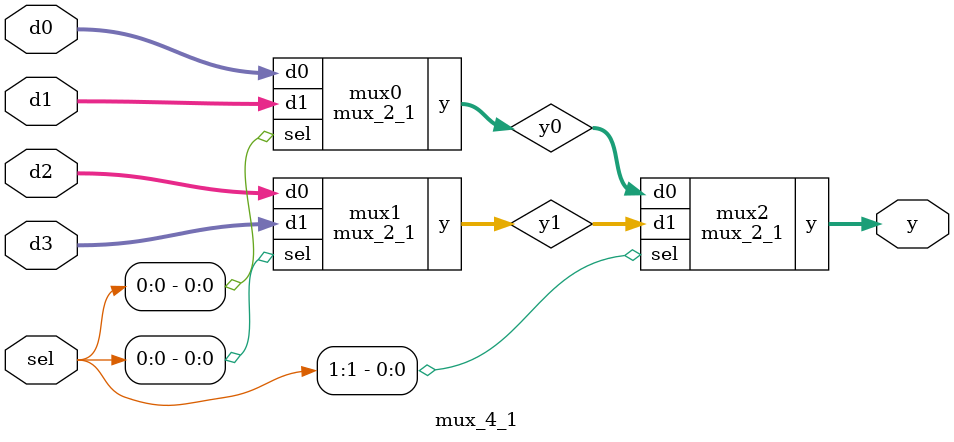
<source format=sv>

module mux_2_1
(
  input  [3:0] d0, d1,
  input        sel,
  output [3:0] y
);

  assign y = sel ? d1 : d0;

endmodule

//----------------------------------------------------------------------------
// Task
//----------------------------------------------------------------------------

module mux_4_1
(
  input  [3:0] d0, d1, d2, d3,
  input  [1:0] sel,
  output [3:0] y
);

  // Task:
  // Implement mux_4_1 using three instances of mux_2_1

  wire [3:0] y0, y1;
  
  mux_2_1 mux0 (.d0(d0), .d1(d1), .sel(sel[0]), .y(y0));
  mux_2_1 mux1 (.d0(d2), .d1(d3), .sel(sel[0]), .y(y1));
  
  mux_2_1 mux2 (.d0(y0), .d1(y1), .sel(sel[1]), .y(y));
  
  
endmodule

</source>
